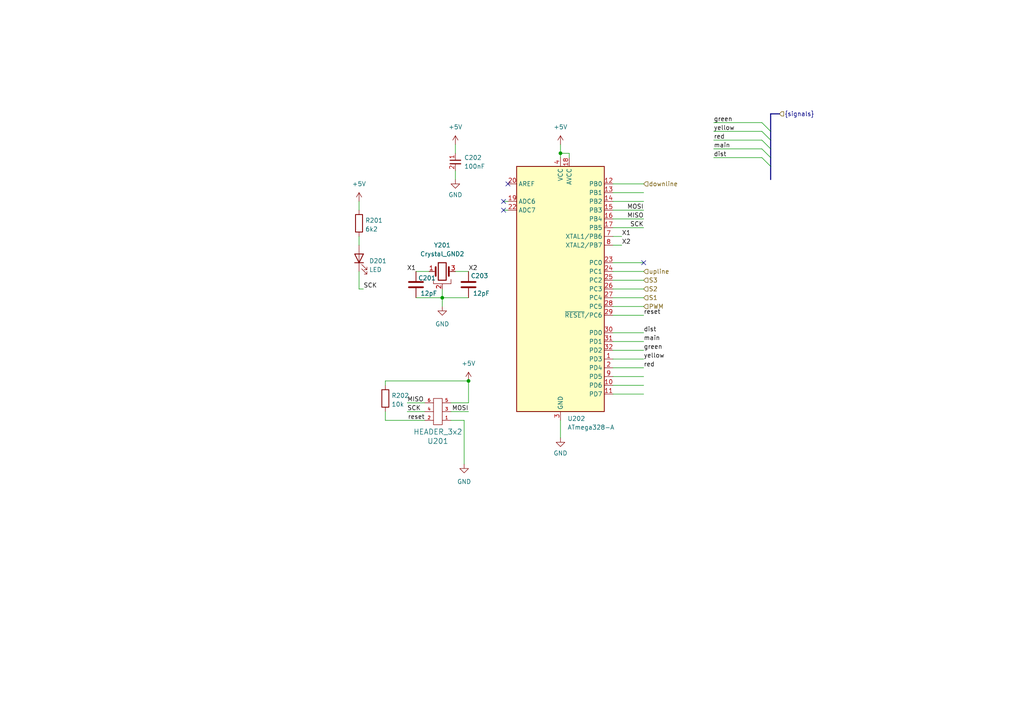
<source format=kicad_sch>
(kicad_sch (version 20230121) (generator eeschema)
  (paper "A4")
  (lib_symbols
    (symbol "Device:C" (pin_numbers hide) (pin_names (offset 0.254))
      (property "Reference" "C" (at 0.635 2.54 0))
      (property "Value" "C" (at 0.635 -2.54 0))
      (symbol "C_0_1"
        (polyline (pts (xy -2.032 -0.762) (xy 2.032 -0.762)) (stroke (width 0.508)))
        (polyline (pts (xy -2.032 0.762) (xy 2.032 0.762)) (stroke (width 0.508)))
      )
      (symbol "C_1_1"
        (pin passive line (at 0 3.81 270) (length 2.794) (name "~") (number "1"))
        (pin passive line (at 0 -3.81 90) (length 2.794) (name "~") (number "2"))
      )
    )
    (symbol "Device:LED" (pin_numbers hide) (pin_names (offset 1.016) hide)
      (property "Reference" "D" (at 0 2.54 0))
      (property "Value" "LED" (at 0 -2.54 0))
      (symbol "LED_0_1"
        (polyline (pts (xy -1.27 -1.27) (xy -1.27 1.27)) (stroke (width 0.254)))
        (polyline (pts (xy -1.27 0) (xy 1.27 0)))
        (polyline (pts (xy 1.27 -1.27) (xy 1.27 1.27) (xy -1.27 0) (xy 1.27 -1.27)) (stroke (width 0.254)))
        (polyline (pts (xy -3.048 -0.762) (xy -4.572 -2.286) (xy -3.81 -2.286) (xy -4.572 -2.286) (xy -4.572 -1.524)))
        (polyline (pts (xy -1.778 -0.762) (xy -3.302 -2.286) (xy -2.54 -2.286) (xy -3.302 -2.286) (xy -3.302 -1.524)))
      )
      (symbol "LED_1_1"
        (pin passive line (at -3.81 0 0) (length 2.54) (name "K") (number "1"))
        (pin passive line (at 3.81 0 180) (length 2.54) (name "A") (number "2"))
      )
    )
    (symbol "Device:R" (pin_numbers hide) (pin_names (offset 0))
      (property "Reference" "R" (at 2.032 0 90))
      (property "Value" "R" (at 0 0 90))
      (symbol "R_0_1"
        (rectangle (start -1.016 -2.54) (end 1.016 2.54) (stroke (width 0.254)))
      )
      (symbol "R_1_1"
        (pin passive line (at 0 3.81 270) (length 1.27) (name "~") (number "1"))
        (pin passive line (at 0 -3.81 90) (length 1.27) (name "~") (number "2"))
      )
    )
    (symbol "GND_1" (power) (pin_names (offset 0))
      (property "Value" "GND_1" (at 0 -3.81 0))
      (symbol "GND_1_0_1"
        (polyline (pts (xy 0 0) (xy 0 -1.27) (xy 1.27 -1.27) (xy 0 -2.54) (xy -1.27 -1.27) (xy 0 -1.27)))
      )
      (symbol "GND_1_1_1"
        (pin power_in line (at 0 0 270) (length 0) hide (name "GND") (number "1"))
      )
    )
    (symbol "MCU_Microchip_ATmega:ATmega328-A"
      (property "Reference" "U" (at -12.7 36.83 0))
      (property "Value" "ATmega328-A" (at 2.54 -36.83 0))
      (symbol "ATmega328-A_0_1"
        (rectangle (start -12.7 -35.56) (end 12.7 35.56) (stroke (width 0.254)) (fill (type background)))
      )
      (symbol "ATmega328-A_1_1"
        (pin bidirectional line (at 15.24 -20.32 180) (length 2.54) (name "PD3") (number "1"))
        (pin bidirectional line (at 15.24 -27.94 180) (length 2.54) (name "PD6") (number "10"))
        (pin bidirectional line (at 15.24 -30.48 180) (length 2.54) (name "PD7") (number "11"))
        (pin bidirectional line (at 15.24 30.48 180) (length 2.54) (name "PB0") (number "12"))
        (pin bidirectional line (at 15.24 27.94 180) (length 2.54) (name "PB1") (number "13"))
        (pin bidirectional line (at 15.24 25.4 180) (length 2.54) (name "PB2") (number "14"))
        (pin bidirectional line (at 15.24 22.86 180) (length 2.54) (name "PB3") (number "15"))
        (pin bidirectional line (at 15.24 20.32 180) (length 2.54) (name "PB4") (number "16"))
        (pin bidirectional line (at 15.24 17.78 180) (length 2.54) (name "PB5") (number "17"))
        (pin power_in line (at 2.54 38.1 270) (length 2.54) (name "AVCC") (number "18"))
        (pin input line (at -15.24 25.4 0) (length 2.54) (name "ADC6") (number "19"))
        (pin bidirectional line (at 15.24 -22.86 180) (length 2.54) (name "PD4") (number "2"))
        (pin passive line (at -15.24 30.48 0) (length 2.54) (name "AREF") (number "20"))
        (pin passive line (at 0 -38.1 90) (length 2.54) hide (name "GND") (number "21"))
        (pin input line (at -15.24 22.86 0) (length 2.54) (name "ADC7") (number "22"))
        (pin bidirectional line (at 15.24 7.62 180) (length 2.54) (name "PC0") (number "23"))
        (pin bidirectional line (at 15.24 5.08 180) (length 2.54) (name "PC1") (number "24"))
        (pin bidirectional line (at 15.24 2.54 180) (length 2.54) (name "PC2") (number "25"))
        (pin bidirectional line (at 15.24 0 180) (length 2.54) (name "PC3") (number "26"))
        (pin bidirectional line (at 15.24 -2.54 180) (length 2.54) (name "PC4") (number "27"))
        (pin bidirectional line (at 15.24 -5.08 180) (length 2.54) (name "PC5") (number "28"))
        (pin bidirectional line (at 15.24 -7.62 180) (length 2.54) (name "~{RESET}/PC6") (number "29"))
        (pin power_in line (at 0 -38.1 90) (length 2.54) (name "GND") (number "3"))
        (pin bidirectional line (at 15.24 -12.7 180) (length 2.54) (name "PD0") (number "30"))
        (pin bidirectional line (at 15.24 -15.24 180) (length 2.54) (name "PD1") (number "31"))
        (pin bidirectional line (at 15.24 -17.78 180) (length 2.54) (name "PD2") (number "32"))
        (pin power_in line (at 0 38.1 270) (length 2.54) (name "VCC") (number "4"))
        (pin passive line (at 0 -38.1 90) (length 2.54) hide (name "GND") (number "5"))
        (pin passive line (at 0 38.1 270) (length 2.54) hide (name "VCC") (number "6"))
        (pin bidirectional line (at 15.24 15.24 180) (length 2.54) (name "XTAL1/PB6") (number "7"))
        (pin bidirectional line (at 15.24 12.7 180) (length 2.54) (name "XTAL2/PB7") (number "8"))
        (pin bidirectional line (at 15.24 -25.4 180) (length 2.54) (name "PD5") (number "9"))
      )
    )
    (symbol "capacitor_miscellaneous:C_0402_100nF"
      (property "Reference" "U" (at 1.27 2.54 0))
      (property "Value" "100nF" (at 3.81 -2.54 0))
      (property "JLCPCB Part#" "C307331" (at 0 0 0))
      (symbol "C_0402_100nF_0_1"
        (polyline (pts (xy -1.524 -0.508) (xy 1.524 -0.508)) (stroke (width 0.3302)))
        (polyline (pts (xy -1.524 0.508) (xy 1.524 0.508)) (stroke (width 0.3048)))
      )
      (symbol "C_0402_100nF_1_1"
        (pin passive line (at 0 2.54 270) (length 2.032) (name "~") (number "1"))
        (pin passive line (at 0 -2.54 90) (length 2.032) (name "~") (number "2"))
      )
    )
    (symbol "custom_kicad_lib_sk:crystal_arduino" (pin_names (offset 1.016) hide)
      (property "Reference" "Y" (at 0 5.715 0))
      (property "Value" "Crystal_GND2" (at 0 3.81 0))
      (property "JLCPCB Part#" "C13738" (at 0 0 0))
      (symbol "crystal_arduino_0_1"
        (rectangle (start -1.143 2.54) (end 1.143 -2.54) (stroke (width 0.3048)))
        (polyline (pts (xy -2.54 0) (xy -1.905 0)))
        (polyline (pts (xy -1.905 -1.27) (xy -1.905 1.27)) (stroke (width 0.508)))
        (polyline (pts (xy 0 -3.81) (xy 0 -3.556)))
        (polyline (pts (xy 1.905 0) (xy 2.54 0)))
        (polyline (pts (xy 1.905 1.27) (xy 1.905 -1.27)) (stroke (width 0.508)))
        (polyline (pts (xy -2.54 -2.286) (xy -2.54 -3.556) (xy 2.54 -3.556) (xy 2.54 -2.286)))
      )
      (symbol "crystal_arduino_1_1"
        (pin passive line (at -3.81 0 0) (length 1.27) (name "1") (number "1"))
        (pin passive line (at 0 -5.08 90) (length 1.27) (name "GND") (number "2"))
        (pin passive line (at 3.81 0 180) (length 1.27) (name "3") (number "3"))
        (pin passive line (at 0 -5.08 90) (length 1.27) hide (name "GND") (number "4"))
      )
    )
    (symbol "power:+5V" (power) (pin_names (offset 0))
      (property "Value" "+5V" (at 0 3.556 0))
      (symbol "+5V_0_1"
        (polyline (pts (xy -0.762 1.27) (xy 0 2.54)))
        (polyline (pts (xy 0 0) (xy 0 2.54)))
        (polyline (pts (xy 0 2.54) (xy 0.762 1.27)))
      )
      (symbol "+5V_1_1"
        (pin power_in line (at 0 0 90) (length 0) hide (name "+5V") (number "1"))
      )
    )
    (symbol "power:GND" (power) (pin_names (offset 0))
      (property "Value" "GND" (at 0 -3.81 0))
      (symbol "GND_0_1"
        (polyline (pts (xy 0 0) (xy 0 -1.27) (xy 1.27 -1.27) (xy 0 -2.54) (xy -1.27 -1.27) (xy 0 -1.27)))
      )
      (symbol "GND_1_1"
        (pin power_in line (at 0 0 270) (length 0) hide (name "GND") (number "1"))
      )
    )
    (symbol "servoDriverSMD-rescue:HEADER_3x2-w_connectors" (pin_names (offset 0))
      (property "Reference" "J" (at 0 5.08 0))
      (property "Value" "HEADER_3x2-w_connectors" (at 0 -5.08 0))
      (symbol "HEADER_3x2-w_connectors_0_1"
        (rectangle (start 1.27 3.81) (end -1.27 -3.81))
      )
      (symbol "HEADER_3x2-w_connectors_1_1"
        (pin passive line (at -3.81 2.54 0) (length 2.54) (name "~") (number "1"))
        (pin passive line (at 3.81 2.54 180) (length 2.54) (name "~") (number "2"))
        (pin passive line (at -3.81 0 0) (length 2.54) (name "~") (number "3"))
        (pin passive line (at 3.81 0 180) (length 2.54) (name "~") (number "4"))
        (pin passive line (at -3.81 -2.54 0) (length 2.54) (name "~") (number "5"))
        (pin passive line (at 3.81 -2.54 180) (length 2.54) (name "~") (number "6"))
      )
    )
  )
  (junction (at 128.27 86.36))
  (junction (at 162.56 44.45))
  (junction (at 135.89 110.49))
  (no_connect (at 186.69 76.2))
  (no_connect (at 147.32 53.34))
  (no_connect (at 146.05 58.42))
  (no_connect (at 146.05 60.96))
  (bus_entry (at 223.52 45.72) (size -2.54 -2.54))
  (bus_entry (at 223.52 40.64) (size -2.54 -2.54))
  (bus_entry (at 223.52 43.18) (size -2.54 -2.54))
  (bus_entry (at 223.52 38.1) (size -2.54 -2.54))
  (bus_entry (at 223.52 48.26) (size -2.54 -2.54))
  (wire (pts (xy 162.56 44.45) (xy 162.56 45.72)))
  (wire (pts (xy 128.27 86.36) (xy 135.89 86.36)))
  (bus (pts (xy 223.52 45.72) (xy 223.52 43.18)))
  (wire (pts (xy 130.81 116.84) (xy 135.89 116.84)))
  (wire (pts (xy 134.62 121.92) (xy 130.81 121.92)))
  (wire (pts (xy 165.1 44.45) (xy 162.56 44.45)))
  (wire (pts (xy 177.8 86.36) (xy 186.69 86.36)))
  (wire (pts (xy 177.8 111.76) (xy 186.69 111.76)))
  (wire (pts (xy 123.19 119.38) (xy 118.11 119.38)))
  (wire (pts (xy 124.46 78.74) (xy 120.65 78.74)))
  (bus (pts (xy 223.52 43.18) (xy 223.52 40.64)))
  (wire (pts (xy 207.01 45.72) (xy 220.98 45.72)))
  (wire (pts (xy 177.8 76.2) (xy 186.69 76.2)))
  (wire (pts (xy 111.76 121.92) (xy 123.19 121.92)))
  (wire (pts (xy 177.8 88.9) (xy 186.69 88.9)))
  (wire (pts (xy 207.01 43.18) (xy 220.98 43.18)))
  (bus (pts (xy 223.52 33.02) (xy 226.06 33.02)))
  (wire (pts (xy 111.76 110.49) (xy 135.89 110.49)))
  (wire (pts (xy 104.14 78.74) (xy 104.14 83.82)))
  (wire (pts (xy 177.8 91.44) (xy 186.69 91.44)))
  (wire (pts (xy 135.89 116.84) (xy 135.89 110.49)))
  (wire (pts (xy 177.8 71.12) (xy 180.34 71.12)))
  (wire (pts (xy 162.56 121.92) (xy 162.56 127)))
  (wire (pts (xy 207.01 40.64) (xy 220.98 40.64)))
  (wire (pts (xy 207.01 35.56) (xy 220.98 35.56)))
  (wire (pts (xy 177.8 109.22) (xy 186.69 109.22)))
  (wire (pts (xy 146.05 58.42) (xy 147.32 58.42)))
  (wire (pts (xy 111.76 119.38) (xy 111.76 121.92)))
  (wire (pts (xy 130.81 119.38) (xy 135.89 119.38)))
  (wire (pts (xy 177.8 83.82) (xy 186.69 83.82)))
  (wire (pts (xy 104.14 68.58) (xy 104.14 71.12)))
  (wire (pts (xy 128.27 83.82) (xy 128.27 86.36)))
  (wire (pts (xy 132.08 78.74) (xy 135.89 78.74)))
  (wire (pts (xy 146.05 60.96) (xy 147.32 60.96)))
  (wire (pts (xy 162.56 41.91) (xy 162.56 44.45)))
  (wire (pts (xy 134.62 121.92) (xy 134.62 134.62)))
  (wire (pts (xy 177.8 68.58) (xy 180.34 68.58)))
  (wire (pts (xy 177.8 114.3) (xy 186.69 114.3)))
  (wire (pts (xy 118.11 116.84) (xy 123.19 116.84)))
  (bus (pts (xy 223.52 40.64) (xy 223.52 38.1)))
  (wire (pts (xy 104.14 58.42) (xy 104.14 60.96)))
  (wire (pts (xy 220.98 38.1) (xy 207.01 38.1)))
  (wire (pts (xy 132.08 49.53) (xy 132.08 52.07)))
  (wire (pts (xy 177.8 60.96) (xy 186.69 60.96)))
  (wire (pts (xy 111.76 110.49) (xy 111.76 111.76)))
  (wire (pts (xy 105.41 83.82) (xy 104.14 83.82)))
  (wire (pts (xy 177.8 81.28) (xy 186.69 81.28)))
  (wire (pts (xy 177.8 55.88) (xy 186.69 55.88)))
  (wire (pts (xy 177.8 99.06) (xy 186.69 99.06)))
  (wire (pts (xy 120.65 86.36) (xy 128.27 86.36)))
  (wire (pts (xy 132.08 41.91) (xy 132.08 44.45)))
  (wire (pts (xy 177.8 96.52) (xy 186.69 96.52)))
  (wire (pts (xy 177.8 101.6) (xy 186.69 101.6)))
  (wire (pts (xy 128.27 86.36) (xy 128.27 88.9)))
  (wire (pts (xy 177.8 66.04) (xy 186.69 66.04)))
  (wire (pts (xy 165.1 45.72) (xy 165.1 44.45)))
  (bus (pts (xy 223.52 38.1) (xy 223.52 33.02)))
  (wire (pts (xy 177.8 63.5) (xy 186.69 63.5)))
  (wire (pts (xy 177.8 53.34) (xy 186.69 53.34)))
  (wire (pts (xy 177.8 106.68) (xy 186.69 106.68)))
  (wire (pts (xy 177.8 78.74) (xy 186.69 78.74)))
  (wire (pts (xy 177.8 104.14) (xy 186.69 104.14)))
  (bus (pts (xy 223.52 52.07) (xy 223.52 48.26)))
  (bus (pts (xy 223.52 48.26) (xy 223.52 45.72)))
  (wire (pts (xy 177.8 58.42) (xy 186.69 58.42)))
  (label "SCK" (at 118.11 119.38 0))
  (label "reset" (at 186.69 91.44 0))
  (label "yellow" (at 186.69 104.14 0))
  (label "X1" (at 120.65 78.74 180))
  (label "X2" (at 180.34 71.12 0))
  (label "red" (at 186.69 106.68 0))
  (label "SCK" (at 105.41 83.82 0))
  (label "MISO" (at 118.11 116.84 0))
  (label "MOSI" (at 186.69 60.96 180))
  (label "reset" (at 123.19 121.92 180))
  (label "main" (at 186.69 99.06 0))
  (label "yellow" (at 207.01 38.1 0))
  (label "green" (at 186.69 101.6 0))
  (label "green" (at 207.01 35.56 0))
  (label "red" (at 207.01 40.64 0))
  (label "X1" (at 180.34 68.58 0))
  (label "dist" (at 186.69 96.52 0))
  (label "SCK" (at 186.69 66.04 180))
  (label "MISO" (at 186.69 63.5 180))
  (label "main" (at 207.01 43.18 0))
  (label "MOSI" (at 135.89 119.38 180))
  (label "dist" (at 207.01 45.72 0))
  (label "X2" (at 135.89 78.74 0))
  (hierarchical_label "S2" (shape input) (at 186.69 83.82 0))
  (hierarchical_label "S1" (shape input) (at 186.69 86.36 0))
  (hierarchical_label "downline" (shape input) (at 186.69 53.34 0))
  (hierarchical_label "S3" (shape input) (at 186.69 81.28 0))
  (hierarchical_label "{signals}" (shape input) (at 226.06 33.02 0))
  (hierarchical_label "PWM" (shape input) (at 186.69 88.9 0))
  (hierarchical_label "upline" (shape input) (at 186.69 78.74 0))
  (symbol (lib_id "custom_kicad_lib_sk:crystal_arduino") (at 128.27 78.74 0) (unit 1)
    (property "Reference" "Y201" (at 128.27 71.12 0))
    (property "Value" "Crystal_GND2" (at 128.27 73.66 0))
    (property "Footprint" "custom_kicad_lib_sk:crystal_arduino" (effects hide))
    (property "JLCPCB Part#" "C13738" (effects hide))
    (instances (project "BloX_MkII" (path "" (reference "Y201") (unit 1))) (project "atmega328" (path "" (reference "Y201") (unit 1))) (project "general_schematics" (path "" (reference "Y?") (unit 1)) (path "" (reference "Y1401") (unit 1))))
  )
  (symbol (lib_id "Device:C") (at 135.89 82.55 180) (unit 1)
    (property "Reference" "C203" (at 136.525 80.01 0) (effects (justify right)))
    (property "Value" "12pF" (at 137.16 85.09 0) (effects (justify right)))
    (property "Footprint" "Capacitor_SMD:C_0603_1608Metric" (effects hide))
    (property "JLCPCB Part#" "C38523" (effects hide))
    (instances (project "BloX_MkII" (path "" (reference "C203") (unit 1))) (project "atmega328" (path "" (reference "C203") (unit 1))) (project "general_schematics" (path "" (reference "C?") (unit 1)) (path "" (reference "C1403") (unit 1))))
  )
  (symbol (lib_id "Device:R") (at 104.14 64.77 0) (unit 1)
    (property "Reference" "R201" (at 105.918 63.9353 0) (effects (justify left)))
    (property "Value" "6k2" (at 105.918 66.4722 0) (effects (justify left)))
    (property "Footprint" "Resistor_SMD:R_0603_1608Metric_Pad0.98x0.95mm_HandSolder" (effects hide))
    (property "JLCPCB Part#" "C4260" (effects hide))
    (instances (project "BloX_MkII" (path "" (reference "R201") (unit 1))) (project "atmega328" (path "" (reference "R201") (unit 1))) (project "general_schematics" (path "" (reference "R1401") (unit 1))))
  )
  (symbol (lib_id "MCU_Microchip_ATmega:ATmega328-A") (at 162.56 83.82 0) (unit 1)
    (property "Reference" "U202" (at 164.5794 121.4104 0) (effects (justify left)))
    (property "Value" "ATmega328-A" (at 164.5794 123.9473 0) (effects (justify left)))
    (property "Footprint" "Package_QFP:TQFP-32_7x7mm_P0.8mm" (effects hide))
    (property "Datasheet" "http://ww1.microchip.com/downloads/en/DeviceDoc/ATmega328_P%20AVR%20MCU%20with%20picoPower%20Technology%20Data%20Sheet%2040001984A.pdf" (effects hide))
    (property "JLCPCB Part#" "C14877" (effects hide))
    (instances (project "BloX_MkII" (path "" (reference "U202") (unit 1))) (project "atmega328" (path "" (reference "U202") (unit 1))) (project "general_schematics" (path "" (reference "U1402") (unit 1))))
  )
  (symbol (lib_id "power:GND") (at 132.08 52.07 0) (unit 1)
    (property "Reference" "#PWR0201" (effects hide))
    (property "Value" "GND" (at 132.08 56.5134 0))
    (instances (project "BloX_MkII" (path "" (reference "#PWR0201") (unit 1))) (project "atmega328" (path "" (reference "#PWR0201") (unit 1))) (project "general_schematics" (path "" (reference "#PWR0137") (unit 1))))
  )
  (symbol (lib_id "Device:C") (at 120.65 82.55 180) (unit 1)
    (property "Reference" "C201" (at 121.285 80.645 0) (effects (justify right)))
    (property "Value" "12pF" (at 121.92 85.09 0) (effects (justify right)))
    (property "Footprint" "Capacitor_SMD:C_0603_1608Metric" (effects hide))
    (property "JLCPCB Part#" "C38523" (effects hide))
    (instances (project "BloX_MkII" (path "" (reference "C201") (unit 1))) (project "atmega328" (path "" (reference "C201") (unit 1))) (project "general_schematics" (path "" (reference "C?") (unit 1)) (path "" (reference "C1401") (unit 1))))
  )
  (symbol (lib_name "GND_1") (lib_id "power:GND") (at 128.27 88.9 0) (unit 1)
    (property "Reference" "#PWR0102" (effects hide))
    (property "Value" "GND" (at 128.27 93.98 0))
  )
  (symbol (lib_id "power:+5V") (at 135.89 110.49 0) (unit 1)
    (property "Reference" "#PWR0107" (effects hide))
    (property "Value" "+5V" (at 135.89 105.41 0))
  )
  (symbol (lib_id "power:+5V") (at 104.14 58.42 0) (unit 1)
    (property "Reference" "#PWR0104" (effects hide))
    (property "Value" "+5V" (at 104.14 53.34 0))
  )
  (symbol (lib_name "GND_1") (lib_id "power:GND") (at 134.62 134.62 0) (unit 1)
    (property "Reference" "#PWR0101" (effects hide))
    (property "Value" "GND" (at 134.62 139.7 0))
  )
  (symbol (lib_id "power:GND") (at 162.56 127 0) (unit 1)
    (property "Reference" "#PWR0202" (effects hide))
    (property "Value" "GND" (at 162.56 131.4434 0))
    (instances (project "BloX_MkII" (path "" (reference "#PWR0202") (unit 1))) (project "atmega328" (path "" (reference "#PWR0202") (unit 1))) (project "general_schematics" (path "" (reference "#PWR0138") (unit 1))))
  )
  (symbol (lib_id "Device:LED") (at 104.14 74.93 90) (unit 1)
    (property "Reference" "D201" (at 107.061 75.6828 90) (effects (justify right)))
    (property "Value" "LED" (at 107.061 78.2197 90) (effects (justify right)))
    (property "Footprint" "LED_SMD:LED_0805_2012Metric_Pad1.15x1.40mm_HandSolder" (effects hide))
    (property "JLCPCB Part#" "C84256" (effects hide))
    (instances (project "BloX_MkII" (path "" (reference "D201") (unit 1))) (project "atmega328" (path "" (reference "D201") (unit 1))) (project "general_schematics" (path "" (reference "D1401") (unit 1))))
  )
  (symbol (lib_id "servoDriverSMD-rescue:HEADER_3x2-w_connectors") (at 127 119.38 180) (unit 1)
    (property "Reference" "U201" (at 127 127.9398 0) (effects (font (size 1.524 1.524))))
    (property "Value" "HEADER_3x2" (at 127 125.2474 0) (effects (font (size 1.524 1.524))))
    (property "Footprint" "Connector_PinSocket_1.27mm:PinSocket_2x03_P1.27mm_Vertical" (effects hide))
    (instances (project "BloX_MkII" (path "" (reference "U201") (unit 1))) (project "atmega328" (path "" (reference "U201") (unit 1))) (project "general_schematics" (path "" (reference "U1401") (unit 1))))
  )
  (symbol (lib_id "Device:R") (at 111.76 115.57 0) (unit 1)
    (property "Reference" "R202" (at 113.538 114.7353 0) (effects (justify left)))
    (property "Value" "10k" (at 113.538 117.2722 0) (effects (justify left)))
    (property "Footprint" "Resistor_SMD:R_0402_1005Metric_Pad0.72x0.64mm_HandSolder" (effects hide))
    (property "JLCPCB Part#" "C25744" (effects hide))
    (instances (project "BloX_MkII" (path "" (reference "R202") (unit 1))) (project "atmega328" (path "" (reference "R202") (unit 1))) (project "general_schematics" (path "" (reference "R1402") (unit 1))))
  )
  (symbol (lib_id "power:+5V") (at 132.08 41.91 0) (unit 1)
    (property "Reference" "#PWR0105" (effects hide))
    (property "Value" "+5V" (at 132.08 36.83 0))
  )
  (symbol (lib_id "capacitor_miscellaneous:C_0402_100nF") (at 132.08 46.99 0) (unit 1)
    (property "Reference" "C202" (at 134.62 45.7263 0) (effects (justify left)))
    (property "Value" "100nF" (at 134.62 48.2663 0) (effects (justify left)))
    (property "Footprint" "Capacitor_SMD:C_0402_1005Metric" (effects hide))
    (property "JLCPCB Part#" "C307331" (effects hide))
  )
  (symbol (lib_id "power:+5V") (at 162.56 41.91 0) (unit 1)
    (property "Reference" "#PWR0106" (effects hide))
    (property "Value" "+5V" (at 162.56 36.83 0))
  )
)
</source>
